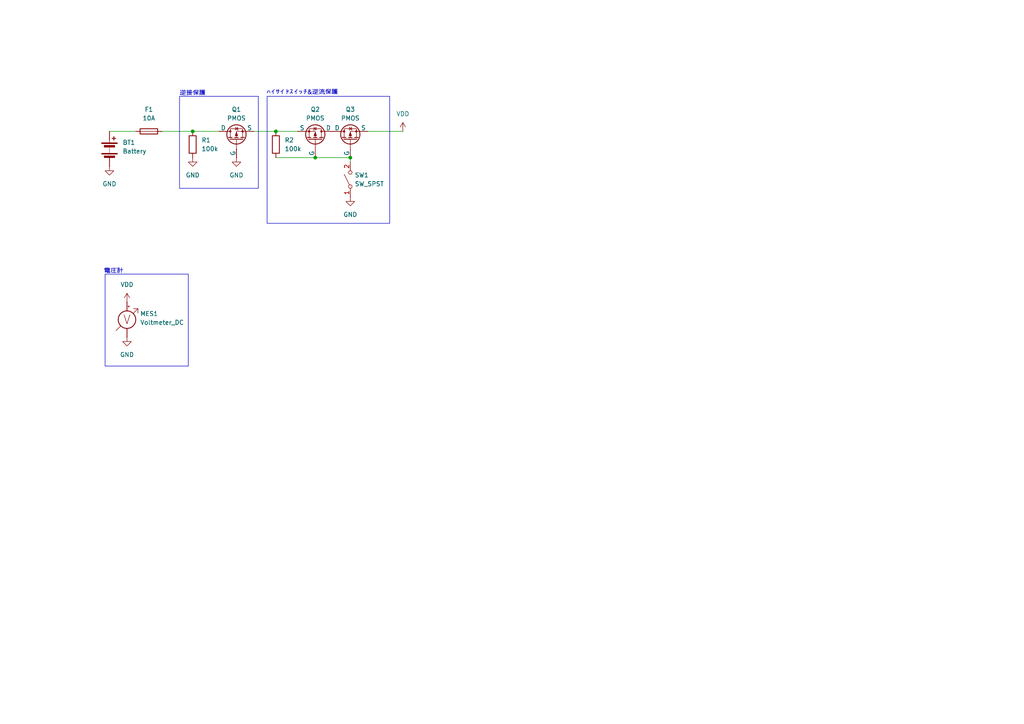
<source format=kicad_sch>
(kicad_sch
	(version 20250114)
	(generator "eeschema")
	(generator_version "9.0")
	(uuid "2cb6a0bd-ace3-4d2d-9708-ff448f9b36f2")
	(paper "A4")
	(title_block
		(title "03-PWR")
		(company "Tuton")
	)
	(lib_symbols
		(symbol "Device:Battery"
			(pin_numbers
				(hide yes)
			)
			(pin_names
				(offset 0)
				(hide yes)
			)
			(exclude_from_sim no)
			(in_bom yes)
			(on_board yes)
			(property "Reference" "BT"
				(at 2.54 2.54 0)
				(effects
					(font
						(size 1.27 1.27)
					)
					(justify left)
				)
			)
			(property "Value" "Battery"
				(at 2.54 0 0)
				(effects
					(font
						(size 1.27 1.27)
					)
					(justify left)
				)
			)
			(property "Footprint" ""
				(at 0 1.524 90)
				(effects
					(font
						(size 1.27 1.27)
					)
					(hide yes)
				)
			)
			(property "Datasheet" "~"
				(at 0 1.524 90)
				(effects
					(font
						(size 1.27 1.27)
					)
					(hide yes)
				)
			)
			(property "Description" "Multiple-cell battery"
				(at 0 0 0)
				(effects
					(font
						(size 1.27 1.27)
					)
					(hide yes)
				)
			)
			(property "ki_keywords" "batt voltage-source cell"
				(at 0 0 0)
				(effects
					(font
						(size 1.27 1.27)
					)
					(hide yes)
				)
			)
			(symbol "Battery_0_1"
				(rectangle
					(start -2.286 1.778)
					(end 2.286 1.524)
					(stroke
						(width 0)
						(type default)
					)
					(fill
						(type outline)
					)
				)
				(rectangle
					(start -2.286 -1.27)
					(end 2.286 -1.524)
					(stroke
						(width 0)
						(type default)
					)
					(fill
						(type outline)
					)
				)
				(rectangle
					(start -1.524 1.016)
					(end 1.524 0.508)
					(stroke
						(width 0)
						(type default)
					)
					(fill
						(type outline)
					)
				)
				(rectangle
					(start -1.524 -2.032)
					(end 1.524 -2.54)
					(stroke
						(width 0)
						(type default)
					)
					(fill
						(type outline)
					)
				)
				(polyline
					(pts
						(xy 0 1.778) (xy 0 2.54)
					)
					(stroke
						(width 0)
						(type default)
					)
					(fill
						(type none)
					)
				)
				(polyline
					(pts
						(xy 0 0) (xy 0 0.254)
					)
					(stroke
						(width 0)
						(type default)
					)
					(fill
						(type none)
					)
				)
				(polyline
					(pts
						(xy 0 -0.508) (xy 0 -0.254)
					)
					(stroke
						(width 0)
						(type default)
					)
					(fill
						(type none)
					)
				)
				(polyline
					(pts
						(xy 0 -1.016) (xy 0 -0.762)
					)
					(stroke
						(width 0)
						(type default)
					)
					(fill
						(type none)
					)
				)
				(polyline
					(pts
						(xy 0.762 3.048) (xy 1.778 3.048)
					)
					(stroke
						(width 0.254)
						(type default)
					)
					(fill
						(type none)
					)
				)
				(polyline
					(pts
						(xy 1.27 3.556) (xy 1.27 2.54)
					)
					(stroke
						(width 0.254)
						(type default)
					)
					(fill
						(type none)
					)
				)
			)
			(symbol "Battery_1_1"
				(pin passive line
					(at 0 5.08 270)
					(length 2.54)
					(name "+"
						(effects
							(font
								(size 1.27 1.27)
							)
						)
					)
					(number "1"
						(effects
							(font
								(size 1.27 1.27)
							)
						)
					)
				)
				(pin passive line
					(at 0 -5.08 90)
					(length 2.54)
					(name "-"
						(effects
							(font
								(size 1.27 1.27)
							)
						)
					)
					(number "2"
						(effects
							(font
								(size 1.27 1.27)
							)
						)
					)
				)
			)
			(embedded_fonts no)
		)
		(symbol "Device:Fuse"
			(pin_numbers
				(hide yes)
			)
			(pin_names
				(offset 0)
			)
			(exclude_from_sim no)
			(in_bom yes)
			(on_board yes)
			(property "Reference" "F"
				(at 2.032 0 90)
				(effects
					(font
						(size 1.27 1.27)
					)
				)
			)
			(property "Value" "Fuse"
				(at -1.905 0 90)
				(effects
					(font
						(size 1.27 1.27)
					)
				)
			)
			(property "Footprint" ""
				(at -1.778 0 90)
				(effects
					(font
						(size 1.27 1.27)
					)
					(hide yes)
				)
			)
			(property "Datasheet" "~"
				(at 0 0 0)
				(effects
					(font
						(size 1.27 1.27)
					)
					(hide yes)
				)
			)
			(property "Description" "Fuse"
				(at 0 0 0)
				(effects
					(font
						(size 1.27 1.27)
					)
					(hide yes)
				)
			)
			(property "ki_keywords" "fuse"
				(at 0 0 0)
				(effects
					(font
						(size 1.27 1.27)
					)
					(hide yes)
				)
			)
			(property "ki_fp_filters" "*Fuse*"
				(at 0 0 0)
				(effects
					(font
						(size 1.27 1.27)
					)
					(hide yes)
				)
			)
			(symbol "Fuse_0_1"
				(rectangle
					(start -0.762 -2.54)
					(end 0.762 2.54)
					(stroke
						(width 0.254)
						(type default)
					)
					(fill
						(type none)
					)
				)
				(polyline
					(pts
						(xy 0 2.54) (xy 0 -2.54)
					)
					(stroke
						(width 0)
						(type default)
					)
					(fill
						(type none)
					)
				)
			)
			(symbol "Fuse_1_1"
				(pin passive line
					(at 0 3.81 270)
					(length 1.27)
					(name "~"
						(effects
							(font
								(size 1.27 1.27)
							)
						)
					)
					(number "1"
						(effects
							(font
								(size 1.27 1.27)
							)
						)
					)
				)
				(pin passive line
					(at 0 -3.81 90)
					(length 1.27)
					(name "~"
						(effects
							(font
								(size 1.27 1.27)
							)
						)
					)
					(number "2"
						(effects
							(font
								(size 1.27 1.27)
							)
						)
					)
				)
			)
			(embedded_fonts no)
		)
		(symbol "Device:R"
			(pin_numbers
				(hide yes)
			)
			(pin_names
				(offset 0)
			)
			(exclude_from_sim no)
			(in_bom yes)
			(on_board yes)
			(property "Reference" "R"
				(at 2.032 0 90)
				(effects
					(font
						(size 1.27 1.27)
					)
				)
			)
			(property "Value" "R"
				(at 0 0 90)
				(effects
					(font
						(size 1.27 1.27)
					)
				)
			)
			(property "Footprint" ""
				(at -1.778 0 90)
				(effects
					(font
						(size 1.27 1.27)
					)
					(hide yes)
				)
			)
			(property "Datasheet" "~"
				(at 0 0 0)
				(effects
					(font
						(size 1.27 1.27)
					)
					(hide yes)
				)
			)
			(property "Description" "Resistor"
				(at 0 0 0)
				(effects
					(font
						(size 1.27 1.27)
					)
					(hide yes)
				)
			)
			(property "ki_keywords" "R res resistor"
				(at 0 0 0)
				(effects
					(font
						(size 1.27 1.27)
					)
					(hide yes)
				)
			)
			(property "ki_fp_filters" "R_*"
				(at 0 0 0)
				(effects
					(font
						(size 1.27 1.27)
					)
					(hide yes)
				)
			)
			(symbol "R_0_1"
				(rectangle
					(start -1.016 -2.54)
					(end 1.016 2.54)
					(stroke
						(width 0.254)
						(type default)
					)
					(fill
						(type none)
					)
				)
			)
			(symbol "R_1_1"
				(pin passive line
					(at 0 3.81 270)
					(length 1.27)
					(name "~"
						(effects
							(font
								(size 1.27 1.27)
							)
						)
					)
					(number "1"
						(effects
							(font
								(size 1.27 1.27)
							)
						)
					)
				)
				(pin passive line
					(at 0 -3.81 90)
					(length 1.27)
					(name "~"
						(effects
							(font
								(size 1.27 1.27)
							)
						)
					)
					(number "2"
						(effects
							(font
								(size 1.27 1.27)
							)
						)
					)
				)
			)
			(embedded_fonts no)
		)
		(symbol "Device:Voltmeter_DC"
			(pin_numbers
				(hide yes)
			)
			(pin_names
				(offset 0.0254)
				(hide yes)
			)
			(exclude_from_sim no)
			(in_bom yes)
			(on_board yes)
			(property "Reference" "MES"
				(at -3.302 1.016 0)
				(effects
					(font
						(size 1.27 1.27)
					)
					(justify right)
				)
			)
			(property "Value" "Voltmeter_DC"
				(at -3.302 -0.762 0)
				(effects
					(font
						(size 1.27 1.27)
					)
					(justify right)
				)
			)
			(property "Footprint" ""
				(at 0 2.54 90)
				(effects
					(font
						(size 1.27 1.27)
					)
					(hide yes)
				)
			)
			(property "Datasheet" "~"
				(at 0 2.54 90)
				(effects
					(font
						(size 1.27 1.27)
					)
					(hide yes)
				)
			)
			(property "Description" "DC voltmeter"
				(at 0 0 0)
				(effects
					(font
						(size 1.27 1.27)
					)
					(hide yes)
				)
			)
			(property "ki_keywords" "voltmeter DC"
				(at 0 0 0)
				(effects
					(font
						(size 1.27 1.27)
					)
					(hide yes)
				)
			)
			(symbol "Voltmeter_DC_0_0"
				(polyline
					(pts
						(xy -3.175 -3.175) (xy -1.905 -1.905)
					)
					(stroke
						(width 0)
						(type default)
					)
					(fill
						(type none)
					)
				)
				(polyline
					(pts
						(xy 1.905 3.175) (xy 3.175 3.175) (xy 3.175 1.905)
					)
					(stroke
						(width 0)
						(type default)
					)
					(fill
						(type none)
					)
				)
				(polyline
					(pts
						(xy 1.905 1.905) (xy 3.175 3.175)
					)
					(stroke
						(width 0)
						(type default)
					)
					(fill
						(type none)
					)
				)
				(text "V"
					(at 0 0 0)
					(effects
						(font
							(size 2.54 2.54)
						)
					)
				)
			)
			(symbol "Voltmeter_DC_0_1"
				(circle
					(center 0 0)
					(radius 2.54)
					(stroke
						(width 0.254)
						(type default)
					)
					(fill
						(type none)
					)
				)
				(polyline
					(pts
						(xy 0.254 3.81) (xy 0.762 3.81)
					)
					(stroke
						(width 0)
						(type default)
					)
					(fill
						(type none)
					)
				)
				(polyline
					(pts
						(xy 0.508 4.064) (xy 0.508 3.556)
					)
					(stroke
						(width 0)
						(type default)
					)
					(fill
						(type none)
					)
				)
			)
			(symbol "Voltmeter_DC_1_1"
				(pin passive line
					(at 0 5.08 270)
					(length 2.54)
					(name "+"
						(effects
							(font
								(size 1.27 1.27)
							)
						)
					)
					(number "2"
						(effects
							(font
								(size 1.27 1.27)
							)
						)
					)
				)
				(pin passive line
					(at 0 -5.08 90)
					(length 2.54)
					(name "-"
						(effects
							(font
								(size 1.27 1.27)
							)
						)
					)
					(number "1"
						(effects
							(font
								(size 1.27 1.27)
							)
						)
					)
				)
			)
			(embedded_fonts no)
		)
		(symbol "Simulation_SPICE:PMOS"
			(pin_numbers
				(hide yes)
			)
			(pin_names
				(offset 0)
			)
			(exclude_from_sim no)
			(in_bom yes)
			(on_board yes)
			(property "Reference" "Q"
				(at 5.08 1.27 0)
				(effects
					(font
						(size 1.27 1.27)
					)
					(justify left)
				)
			)
			(property "Value" "PMOS"
				(at 5.08 -1.27 0)
				(effects
					(font
						(size 1.27 1.27)
					)
					(justify left)
				)
			)
			(property "Footprint" ""
				(at 5.08 2.54 0)
				(effects
					(font
						(size 1.27 1.27)
					)
					(hide yes)
				)
			)
			(property "Datasheet" "https://ngspice.sourceforge.io/docs/ngspice-html-manual/manual.xhtml#cha_MOSFETs"
				(at 0 -12.7 0)
				(effects
					(font
						(size 1.27 1.27)
					)
					(hide yes)
				)
			)
			(property "Description" "P-MOSFET transistor, drain/source/gate"
				(at 0 0 0)
				(effects
					(font
						(size 1.27 1.27)
					)
					(hide yes)
				)
			)
			(property "Sim.Device" "PMOS"
				(at 0 -17.145 0)
				(effects
					(font
						(size 1.27 1.27)
					)
					(hide yes)
				)
			)
			(property "Sim.Type" "VDMOS"
				(at 0 -19.05 0)
				(effects
					(font
						(size 1.27 1.27)
					)
					(hide yes)
				)
			)
			(property "Sim.Pins" "1=D 2=G 3=S"
				(at 0 -15.24 0)
				(effects
					(font
						(size 1.27 1.27)
					)
					(hide yes)
				)
			)
			(property "ki_keywords" "transistor PMOS P-MOS P-MOSFET simulation"
				(at 0 0 0)
				(effects
					(font
						(size 1.27 1.27)
					)
					(hide yes)
				)
			)
			(symbol "PMOS_0_1"
				(polyline
					(pts
						(xy 0.254 1.905) (xy 0.254 -1.905)
					)
					(stroke
						(width 0.254)
						(type default)
					)
					(fill
						(type none)
					)
				)
				(polyline
					(pts
						(xy 0.254 0) (xy -2.54 0)
					)
					(stroke
						(width 0)
						(type default)
					)
					(fill
						(type none)
					)
				)
				(polyline
					(pts
						(xy 0.762 2.286) (xy 0.762 1.27)
					)
					(stroke
						(width 0.254)
						(type default)
					)
					(fill
						(type none)
					)
				)
				(polyline
					(pts
						(xy 0.762 1.778) (xy 3.302 1.778) (xy 3.302 -1.778) (xy 0.762 -1.778)
					)
					(stroke
						(width 0)
						(type default)
					)
					(fill
						(type none)
					)
				)
				(polyline
					(pts
						(xy 0.762 0.508) (xy 0.762 -0.508)
					)
					(stroke
						(width 0.254)
						(type default)
					)
					(fill
						(type none)
					)
				)
				(polyline
					(pts
						(xy 0.762 -1.27) (xy 0.762 -2.286)
					)
					(stroke
						(width 0.254)
						(type default)
					)
					(fill
						(type none)
					)
				)
				(circle
					(center 1.651 0)
					(radius 2.794)
					(stroke
						(width 0.254)
						(type default)
					)
					(fill
						(type none)
					)
				)
				(polyline
					(pts
						(xy 2.286 0) (xy 1.27 0.381) (xy 1.27 -0.381) (xy 2.286 0)
					)
					(stroke
						(width 0)
						(type default)
					)
					(fill
						(type outline)
					)
				)
				(polyline
					(pts
						(xy 2.54 2.54) (xy 2.54 1.778)
					)
					(stroke
						(width 0)
						(type default)
					)
					(fill
						(type none)
					)
				)
				(circle
					(center 2.54 1.778)
					(radius 0.254)
					(stroke
						(width 0)
						(type default)
					)
					(fill
						(type outline)
					)
				)
				(circle
					(center 2.54 -1.778)
					(radius 0.254)
					(stroke
						(width 0)
						(type default)
					)
					(fill
						(type outline)
					)
				)
				(polyline
					(pts
						(xy 2.54 -2.54) (xy 2.54 0) (xy 0.762 0)
					)
					(stroke
						(width 0)
						(type default)
					)
					(fill
						(type none)
					)
				)
				(polyline
					(pts
						(xy 2.794 -0.508) (xy 2.921 -0.381) (xy 3.683 -0.381) (xy 3.81 -0.254)
					)
					(stroke
						(width 0)
						(type default)
					)
					(fill
						(type none)
					)
				)
				(polyline
					(pts
						(xy 3.302 -0.381) (xy 2.921 0.254) (xy 3.683 0.254) (xy 3.302 -0.381)
					)
					(stroke
						(width 0)
						(type default)
					)
					(fill
						(type none)
					)
				)
			)
			(symbol "PMOS_1_1"
				(pin input line
					(at -5.08 0 0)
					(length 2.54)
					(name "G"
						(effects
							(font
								(size 1.27 1.27)
							)
						)
					)
					(number "2"
						(effects
							(font
								(size 1.27 1.27)
							)
						)
					)
				)
				(pin passive line
					(at 2.54 5.08 270)
					(length 2.54)
					(name "D"
						(effects
							(font
								(size 1.27 1.27)
							)
						)
					)
					(number "1"
						(effects
							(font
								(size 1.27 1.27)
							)
						)
					)
				)
				(pin passive line
					(at 2.54 -5.08 90)
					(length 2.54)
					(name "S"
						(effects
							(font
								(size 1.27 1.27)
							)
						)
					)
					(number "3"
						(effects
							(font
								(size 1.27 1.27)
							)
						)
					)
				)
			)
			(embedded_fonts no)
		)
		(symbol "Switch:SW_SPST"
			(pin_names
				(offset 0)
				(hide yes)
			)
			(exclude_from_sim no)
			(in_bom yes)
			(on_board yes)
			(property "Reference" "SW"
				(at 0 3.175 0)
				(effects
					(font
						(size 1.27 1.27)
					)
				)
			)
			(property "Value" "SW_SPST"
				(at 0 -2.54 0)
				(effects
					(font
						(size 1.27 1.27)
					)
				)
			)
			(property "Footprint" ""
				(at 0 0 0)
				(effects
					(font
						(size 1.27 1.27)
					)
					(hide yes)
				)
			)
			(property "Datasheet" "~"
				(at 0 0 0)
				(effects
					(font
						(size 1.27 1.27)
					)
					(hide yes)
				)
			)
			(property "Description" "Single Pole Single Throw (SPST) switch"
				(at 0 0 0)
				(effects
					(font
						(size 1.27 1.27)
					)
					(hide yes)
				)
			)
			(property "ki_keywords" "switch lever"
				(at 0 0 0)
				(effects
					(font
						(size 1.27 1.27)
					)
					(hide yes)
				)
			)
			(symbol "SW_SPST_0_0"
				(circle
					(center -2.032 0)
					(radius 0.508)
					(stroke
						(width 0)
						(type default)
					)
					(fill
						(type none)
					)
				)
				(polyline
					(pts
						(xy -1.524 0.254) (xy 1.524 1.778)
					)
					(stroke
						(width 0)
						(type default)
					)
					(fill
						(type none)
					)
				)
				(circle
					(center 2.032 0)
					(radius 0.508)
					(stroke
						(width 0)
						(type default)
					)
					(fill
						(type none)
					)
				)
			)
			(symbol "SW_SPST_1_1"
				(pin passive line
					(at -5.08 0 0)
					(length 2.54)
					(name "A"
						(effects
							(font
								(size 1.27 1.27)
							)
						)
					)
					(number "1"
						(effects
							(font
								(size 1.27 1.27)
							)
						)
					)
				)
				(pin passive line
					(at 5.08 0 180)
					(length 2.54)
					(name "B"
						(effects
							(font
								(size 1.27 1.27)
							)
						)
					)
					(number "2"
						(effects
							(font
								(size 1.27 1.27)
							)
						)
					)
				)
			)
			(embedded_fonts no)
		)
		(symbol "power:GND"
			(power)
			(pin_numbers
				(hide yes)
			)
			(pin_names
				(offset 0)
				(hide yes)
			)
			(exclude_from_sim no)
			(in_bom yes)
			(on_board yes)
			(property "Reference" "#PWR"
				(at 0 -6.35 0)
				(effects
					(font
						(size 1.27 1.27)
					)
					(hide yes)
				)
			)
			(property "Value" "GND"
				(at 0 -3.81 0)
				(effects
					(font
						(size 1.27 1.27)
					)
				)
			)
			(property "Footprint" ""
				(at 0 0 0)
				(effects
					(font
						(size 1.27 1.27)
					)
					(hide yes)
				)
			)
			(property "Datasheet" ""
				(at 0 0 0)
				(effects
					(font
						(size 1.27 1.27)
					)
					(hide yes)
				)
			)
			(property "Description" "Power symbol creates a global label with name \"GND\" , ground"
				(at 0 0 0)
				(effects
					(font
						(size 1.27 1.27)
					)
					(hide yes)
				)
			)
			(property "ki_keywords" "global power"
				(at 0 0 0)
				(effects
					(font
						(size 1.27 1.27)
					)
					(hide yes)
				)
			)
			(symbol "GND_0_1"
				(polyline
					(pts
						(xy 0 0) (xy 0 -1.27) (xy 1.27 -1.27) (xy 0 -2.54) (xy -1.27 -1.27) (xy 0 -1.27)
					)
					(stroke
						(width 0)
						(type default)
					)
					(fill
						(type none)
					)
				)
			)
			(symbol "GND_1_1"
				(pin power_in line
					(at 0 0 270)
					(length 0)
					(name "~"
						(effects
							(font
								(size 1.27 1.27)
							)
						)
					)
					(number "1"
						(effects
							(font
								(size 1.27 1.27)
							)
						)
					)
				)
			)
			(embedded_fonts no)
		)
		(symbol "power:VDD"
			(power)
			(pin_numbers
				(hide yes)
			)
			(pin_names
				(offset 0)
				(hide yes)
			)
			(exclude_from_sim no)
			(in_bom yes)
			(on_board yes)
			(property "Reference" "#PWR"
				(at 0 -3.81 0)
				(effects
					(font
						(size 1.27 1.27)
					)
					(hide yes)
				)
			)
			(property "Value" "VDD"
				(at 0 3.556 0)
				(effects
					(font
						(size 1.27 1.27)
					)
				)
			)
			(property "Footprint" ""
				(at 0 0 0)
				(effects
					(font
						(size 1.27 1.27)
					)
					(hide yes)
				)
			)
			(property "Datasheet" ""
				(at 0 0 0)
				(effects
					(font
						(size 1.27 1.27)
					)
					(hide yes)
				)
			)
			(property "Description" "Power symbol creates a global label with name \"VDD\""
				(at 0 0 0)
				(effects
					(font
						(size 1.27 1.27)
					)
					(hide yes)
				)
			)
			(property "ki_keywords" "global power"
				(at 0 0 0)
				(effects
					(font
						(size 1.27 1.27)
					)
					(hide yes)
				)
			)
			(symbol "VDD_0_1"
				(polyline
					(pts
						(xy -0.762 1.27) (xy 0 2.54)
					)
					(stroke
						(width 0)
						(type default)
					)
					(fill
						(type none)
					)
				)
				(polyline
					(pts
						(xy 0 2.54) (xy 0.762 1.27)
					)
					(stroke
						(width 0)
						(type default)
					)
					(fill
						(type none)
					)
				)
				(polyline
					(pts
						(xy 0 0) (xy 0 2.54)
					)
					(stroke
						(width 0)
						(type default)
					)
					(fill
						(type none)
					)
				)
			)
			(symbol "VDD_1_1"
				(pin power_in line
					(at 0 0 90)
					(length 0)
					(name "~"
						(effects
							(font
								(size 1.27 1.27)
							)
						)
					)
					(number "1"
						(effects
							(font
								(size 1.27 1.27)
							)
						)
					)
				)
			)
			(embedded_fonts no)
		)
	)
	(rectangle
		(start 77.47 27.94)
		(end 113.03 64.77)
		(stroke
			(width 0)
			(type default)
		)
		(fill
			(type none)
		)
		(uuid 8b74529b-6619-4051-81a5-7a40e815194b)
	)
	(rectangle
		(start 30.48 79.502)
		(end 54.61 106.172)
		(stroke
			(width 0)
			(type default)
		)
		(fill
			(type none)
		)
		(uuid 953a9faf-8248-4531-906d-5a15d699ac76)
	)
	(rectangle
		(start 52.07 27.94)
		(end 74.93 54.61)
		(stroke
			(width 0)
			(type default)
		)
		(fill
			(type none)
		)
		(uuid ecf23f4f-7111-48fb-a130-3623cb15233a)
	)
	(text "電圧計"
		(exclude_from_sim no)
		(at 33.02 78.74 0)
		(effects
			(font
				(size 1.27 1.27)
			)
		)
		(uuid "72eabd7b-b207-454b-8d98-e04ef4fe600d")
	)
	(text "ハイサイドスイッチ＆逆流保護"
		(exclude_from_sim no)
		(at 87.63 26.924 0)
		(effects
			(font
				(size 1.27 1.27)
			)
		)
		(uuid "ebcc86c9-b4ce-47eb-84c8-826943682aaf")
	)
	(text "逆接保護"
		(exclude_from_sim no)
		(at 55.88 27.178 0)
		(effects
			(font
				(size 1.27 1.27)
			)
		)
		(uuid "f5c22a38-604c-4161-b7b9-485ac334e767")
	)
	(junction
		(at 55.88 38.1)
		(diameter 0)
		(color 0 0 0 0)
		(uuid "4cbe64b4-bf24-42f1-ad9c-85aab4510979")
	)
	(junction
		(at 91.44 45.72)
		(diameter 0)
		(color 0 0 0 0)
		(uuid "8a109ee6-9cdb-4d1b-86a8-df5dc0cc35fb")
	)
	(junction
		(at 80.01 38.1)
		(diameter 0)
		(color 0 0 0 0)
		(uuid "9f113ba4-60d6-4fc1-855f-d725acaa5ec8")
	)
	(junction
		(at 101.6 45.72)
		(diameter 0)
		(color 0 0 0 0)
		(uuid "b60db3cf-af42-472f-9e8d-f4c8a3f6e984")
	)
	(wire
		(pts
			(xy 80.01 38.1) (xy 86.36 38.1)
		)
		(stroke
			(width 0)
			(type default)
		)
		(uuid "13dd9845-aae5-4bd0-b71b-1daf9ab277d9")
	)
	(wire
		(pts
			(xy 80.01 45.72) (xy 91.44 45.72)
		)
		(stroke
			(width 0)
			(type default)
		)
		(uuid "14ec08f3-ddca-4589-bc98-76ef791f36af")
	)
	(wire
		(pts
			(xy 101.6 46.99) (xy 101.6 45.72)
		)
		(stroke
			(width 0)
			(type default)
		)
		(uuid "2da7944d-c029-4edd-b166-f740d7d605b0")
	)
	(wire
		(pts
			(xy 46.99 38.1) (xy 55.88 38.1)
		)
		(stroke
			(width 0)
			(type default)
		)
		(uuid "4d0f8e5e-9ca0-45aa-ae5f-ea0d3948f68b")
	)
	(wire
		(pts
			(xy 106.68 38.1) (xy 116.84 38.1)
		)
		(stroke
			(width 0)
			(type default)
		)
		(uuid "4e80a468-f702-4af7-932f-284e0e0b3ddc")
	)
	(wire
		(pts
			(xy 91.44 45.72) (xy 101.6 45.72)
		)
		(stroke
			(width 0)
			(type default)
		)
		(uuid "7367d120-fd84-4326-9cac-06fed321b958")
	)
	(wire
		(pts
			(xy 73.66 38.1) (xy 80.01 38.1)
		)
		(stroke
			(width 0)
			(type default)
		)
		(uuid "766a8d8c-1386-47ce-b1ee-1e8a1833ce32")
	)
	(wire
		(pts
			(xy 55.88 38.1) (xy 63.5 38.1)
		)
		(stroke
			(width 0)
			(type default)
		)
		(uuid "b15344dc-d146-4562-bbac-4e5463289c25")
	)
	(wire
		(pts
			(xy 31.75 38.1) (xy 39.37 38.1)
		)
		(stroke
			(width 0)
			(type default)
		)
		(uuid "ed00d3ca-4a10-42ec-ac0b-a70b6727b611")
	)
	(symbol
		(lib_id "power:GND")
		(at 36.83 97.79 0)
		(unit 1)
		(exclude_from_sim no)
		(in_bom yes)
		(on_board yes)
		(dnp no)
		(fields_autoplaced yes)
		(uuid "122c5fbe-0566-470c-acf3-f455aebbecb4")
		(property "Reference" "#PWR07"
			(at 36.83 104.14 0)
			(effects
				(font
					(size 1.27 1.27)
				)
				(hide yes)
			)
		)
		(property "Value" "GND"
			(at 36.83 102.87 0)
			(effects
				(font
					(size 1.27 1.27)
				)
			)
		)
		(property "Footprint" ""
			(at 36.83 97.79 0)
			(effects
				(font
					(size 1.27 1.27)
				)
				(hide yes)
			)
		)
		(property "Datasheet" ""
			(at 36.83 97.79 0)
			(effects
				(font
					(size 1.27 1.27)
				)
				(hide yes)
			)
		)
		(property "Description" "Power symbol creates a global label with name \"GND\" , ground"
			(at 36.83 97.79 0)
			(effects
				(font
					(size 1.27 1.27)
				)
				(hide yes)
			)
		)
		(pin "1"
			(uuid "b031b593-6674-4d4c-bd2a-97ae7eb99978")
		)
		(instances
			(project "03-PWR"
				(path "/2cb6a0bd-ace3-4d2d-9708-ff448f9b36f2"
					(reference "#PWR07")
					(unit 1)
				)
			)
		)
	)
	(symbol
		(lib_id "Device:Voltmeter_DC")
		(at 36.83 92.71 0)
		(unit 1)
		(exclude_from_sim no)
		(in_bom yes)
		(on_board yes)
		(dnp no)
		(fields_autoplaced yes)
		(uuid "1aaae2e6-9504-4dbe-9867-9e18a9f37a13")
		(property "Reference" "MES1"
			(at 40.64 90.9954 0)
			(effects
				(font
					(size 1.27 1.27)
				)
				(justify left)
			)
		)
		(property "Value" "Voltmeter_DC"
			(at 40.64 93.5354 0)
			(effects
				(font
					(size 1.27 1.27)
				)
				(justify left)
			)
		)
		(property "Footprint" ""
			(at 36.83 90.17 90)
			(effects
				(font
					(size 1.27 1.27)
				)
				(hide yes)
			)
		)
		(property "Datasheet" "~"
			(at 36.83 90.17 90)
			(effects
				(font
					(size 1.27 1.27)
				)
				(hide yes)
			)
		)
		(property "Description" "DC voltmeter"
			(at 36.83 92.71 0)
			(effects
				(font
					(size 1.27 1.27)
				)
				(hide yes)
			)
		)
		(pin "2"
			(uuid "156d3ede-c77c-4fb3-8f07-3fac9ec97108")
		)
		(pin "1"
			(uuid "1952e0df-f61b-4e7a-83af-e1bc7daa116a")
		)
		(instances
			(project ""
				(path "/2cb6a0bd-ace3-4d2d-9708-ff448f9b36f2"
					(reference "MES1")
					(unit 1)
				)
			)
		)
	)
	(symbol
		(lib_id "Switch:SW_SPST")
		(at 101.6 52.07 90)
		(unit 1)
		(exclude_from_sim no)
		(in_bom yes)
		(on_board yes)
		(dnp no)
		(fields_autoplaced yes)
		(uuid "46950121-e57b-4e7f-8e25-21e893ce8100")
		(property "Reference" "SW1"
			(at 102.87 50.7999 90)
			(effects
				(font
					(size 1.27 1.27)
				)
				(justify right)
			)
		)
		(property "Value" "SW_SPST"
			(at 102.87 53.3399 90)
			(effects
				(font
					(size 1.27 1.27)
				)
				(justify right)
			)
		)
		(property "Footprint" ""
			(at 101.6 52.07 0)
			(effects
				(font
					(size 1.27 1.27)
				)
				(hide yes)
			)
		)
		(property "Datasheet" "~"
			(at 101.6 52.07 0)
			(effects
				(font
					(size 1.27 1.27)
				)
				(hide yes)
			)
		)
		(property "Description" "Single Pole Single Throw (SPST) switch"
			(at 101.6 52.07 0)
			(effects
				(font
					(size 1.27 1.27)
				)
				(hide yes)
			)
		)
		(pin "2"
			(uuid "e96a897c-42ea-4ddc-8e4b-eea42cb55625")
		)
		(pin "1"
			(uuid "59c51b06-ad5a-4058-8a0f-fc11ee963ae6")
		)
		(instances
			(project ""
				(path "/2cb6a0bd-ace3-4d2d-9708-ff448f9b36f2"
					(reference "SW1")
					(unit 1)
				)
			)
		)
	)
	(symbol
		(lib_id "power:GND")
		(at 31.75 48.26 0)
		(unit 1)
		(exclude_from_sim no)
		(in_bom yes)
		(on_board yes)
		(dnp no)
		(fields_autoplaced yes)
		(uuid "50bfb137-4dcb-4a86-b060-50681b8d6aae")
		(property "Reference" "#PWR01"
			(at 31.75 54.61 0)
			(effects
				(font
					(size 1.27 1.27)
				)
				(hide yes)
			)
		)
		(property "Value" "GND"
			(at 31.75 53.34 0)
			(effects
				(font
					(size 1.27 1.27)
				)
			)
		)
		(property "Footprint" ""
			(at 31.75 48.26 0)
			(effects
				(font
					(size 1.27 1.27)
				)
				(hide yes)
			)
		)
		(property "Datasheet" ""
			(at 31.75 48.26 0)
			(effects
				(font
					(size 1.27 1.27)
				)
				(hide yes)
			)
		)
		(property "Description" "Power symbol creates a global label with name \"GND\" , ground"
			(at 31.75 48.26 0)
			(effects
				(font
					(size 1.27 1.27)
				)
				(hide yes)
			)
		)
		(pin "1"
			(uuid "93f243bc-9bb7-4d90-8388-aabba93bc789")
		)
		(instances
			(project ""
				(path "/2cb6a0bd-ace3-4d2d-9708-ff448f9b36f2"
					(reference "#PWR01")
					(unit 1)
				)
			)
		)
	)
	(symbol
		(lib_id "power:GND")
		(at 55.88 45.72 0)
		(unit 1)
		(exclude_from_sim no)
		(in_bom yes)
		(on_board yes)
		(dnp no)
		(fields_autoplaced yes)
		(uuid "517dc166-c484-42a4-9a33-89d9907e28e9")
		(property "Reference" "#PWR02"
			(at 55.88 52.07 0)
			(effects
				(font
					(size 1.27 1.27)
				)
				(hide yes)
			)
		)
		(property "Value" "GND"
			(at 55.88 50.8 0)
			(effects
				(font
					(size 1.27 1.27)
				)
			)
		)
		(property "Footprint" ""
			(at 55.88 45.72 0)
			(effects
				(font
					(size 1.27 1.27)
				)
				(hide yes)
			)
		)
		(property "Datasheet" ""
			(at 55.88 45.72 0)
			(effects
				(font
					(size 1.27 1.27)
				)
				(hide yes)
			)
		)
		(property "Description" "Power symbol creates a global label with name \"GND\" , ground"
			(at 55.88 45.72 0)
			(effects
				(font
					(size 1.27 1.27)
				)
				(hide yes)
			)
		)
		(pin "1"
			(uuid "72a82404-065d-4c18-ba24-4f74b8e62308")
		)
		(instances
			(project "03-PWR"
				(path "/2cb6a0bd-ace3-4d2d-9708-ff448f9b36f2"
					(reference "#PWR02")
					(unit 1)
				)
			)
		)
	)
	(symbol
		(lib_id "Device:R")
		(at 55.88 41.91 0)
		(unit 1)
		(exclude_from_sim no)
		(in_bom yes)
		(on_board yes)
		(dnp no)
		(fields_autoplaced yes)
		(uuid "69c66356-30bf-4e07-8d51-78220044ad4b")
		(property "Reference" "R1"
			(at 58.42 40.6399 0)
			(effects
				(font
					(size 1.27 1.27)
				)
				(justify left)
			)
		)
		(property "Value" "100k"
			(at 58.42 43.1799 0)
			(effects
				(font
					(size 1.27 1.27)
				)
				(justify left)
			)
		)
		(property "Footprint" ""
			(at 54.102 41.91 90)
			(effects
				(font
					(size 1.27 1.27)
				)
				(hide yes)
			)
		)
		(property "Datasheet" "~"
			(at 55.88 41.91 0)
			(effects
				(font
					(size 1.27 1.27)
				)
				(hide yes)
			)
		)
		(property "Description" "Resistor"
			(at 55.88 41.91 0)
			(effects
				(font
					(size 1.27 1.27)
				)
				(hide yes)
			)
		)
		(pin "2"
			(uuid "8cf105ca-b188-4c16-a7e4-627df42c9816")
		)
		(pin "1"
			(uuid "2bf3a095-8f04-4b4d-9656-f43625fa64b2")
		)
		(instances
			(project ""
				(path "/2cb6a0bd-ace3-4d2d-9708-ff448f9b36f2"
					(reference "R1")
					(unit 1)
				)
			)
		)
	)
	(symbol
		(lib_id "Simulation_SPICE:PMOS")
		(at 91.44 40.64 270)
		(mirror x)
		(unit 1)
		(exclude_from_sim no)
		(in_bom yes)
		(on_board yes)
		(dnp no)
		(uuid "8d2bc469-b5fe-477f-8663-8fb253ab49bb")
		(property "Reference" "Q2"
			(at 91.44 31.75 90)
			(effects
				(font
					(size 1.27 1.27)
				)
			)
		)
		(property "Value" "PMOS"
			(at 91.44 34.29 90)
			(effects
				(font
					(size 1.27 1.27)
				)
			)
		)
		(property "Footprint" ""
			(at 93.98 35.56 0)
			(effects
				(font
					(size 1.27 1.27)
				)
				(hide yes)
			)
		)
		(property "Datasheet" "https://ngspice.sourceforge.io/docs/ngspice-html-manual/manual.xhtml#cha_MOSFETs"
			(at 78.74 40.64 0)
			(effects
				(font
					(size 1.27 1.27)
				)
				(hide yes)
			)
		)
		(property "Description" "P-MOSFET transistor, drain/source/gate"
			(at 91.44 40.64 0)
			(effects
				(font
					(size 1.27 1.27)
				)
				(hide yes)
			)
		)
		(property "Sim.Device" "PMOS"
			(at 74.295 40.64 0)
			(effects
				(font
					(size 1.27 1.27)
				)
				(hide yes)
			)
		)
		(property "Sim.Type" "VDMOS"
			(at 72.39 40.64 0)
			(effects
				(font
					(size 1.27 1.27)
				)
				(hide yes)
			)
		)
		(property "Sim.Pins" "1=D 2=G 3=S"
			(at 76.2 40.64 0)
			(effects
				(font
					(size 1.27 1.27)
				)
				(hide yes)
			)
		)
		(pin "3"
			(uuid "2433048e-6b0d-4442-a55d-95f6a3e7e247")
		)
		(pin "1"
			(uuid "1892cb74-bcbd-473f-9559-09d4eb238bd5")
		)
		(pin "2"
			(uuid "e8a34799-b1d7-4bf7-bca7-413fe80ff32b")
		)
		(instances
			(project "03-PWR"
				(path "/2cb6a0bd-ace3-4d2d-9708-ff448f9b36f2"
					(reference "Q2")
					(unit 1)
				)
			)
		)
	)
	(symbol
		(lib_id "Device:Battery")
		(at 31.75 43.18 0)
		(unit 1)
		(exclude_from_sim no)
		(in_bom yes)
		(on_board yes)
		(dnp no)
		(fields_autoplaced yes)
		(uuid "90a10f93-b1a3-4ac7-9939-cc846e643bbd")
		(property "Reference" "BT1"
			(at 35.56 41.3384 0)
			(effects
				(font
					(size 1.27 1.27)
				)
				(justify left)
			)
		)
		(property "Value" "Battery"
			(at 35.56 43.8784 0)
			(effects
				(font
					(size 1.27 1.27)
				)
				(justify left)
			)
		)
		(property "Footprint" ""
			(at 31.75 41.656 90)
			(effects
				(font
					(size 1.27 1.27)
				)
				(hide yes)
			)
		)
		(property "Datasheet" "~"
			(at 31.75 41.656 90)
			(effects
				(font
					(size 1.27 1.27)
				)
				(hide yes)
			)
		)
		(property "Description" "Multiple-cell battery"
			(at 31.75 43.18 0)
			(effects
				(font
					(size 1.27 1.27)
				)
				(hide yes)
			)
		)
		(pin "1"
			(uuid "8330bb69-1965-43f1-ab2e-1121b594c4f2")
		)
		(pin "2"
			(uuid "67051d52-559a-4ffc-a846-495677e0bfb7")
		)
		(instances
			(project ""
				(path "/2cb6a0bd-ace3-4d2d-9708-ff448f9b36f2"
					(reference "BT1")
					(unit 1)
				)
			)
		)
	)
	(symbol
		(lib_id "Device:Fuse")
		(at 43.18 38.1 90)
		(unit 1)
		(exclude_from_sim no)
		(in_bom yes)
		(on_board yes)
		(dnp no)
		(fields_autoplaced yes)
		(uuid "93df5a88-a624-4833-9bd2-bf3e0d14758e")
		(property "Reference" "F1"
			(at 43.18 31.75 90)
			(effects
				(font
					(size 1.27 1.27)
				)
			)
		)
		(property "Value" "10A"
			(at 43.18 34.29 90)
			(effects
				(font
					(size 1.27 1.27)
				)
			)
		)
		(property "Footprint" ""
			(at 43.18 39.878 90)
			(effects
				(font
					(size 1.27 1.27)
				)
				(hide yes)
			)
		)
		(property "Datasheet" "~"
			(at 43.18 38.1 0)
			(effects
				(font
					(size 1.27 1.27)
				)
				(hide yes)
			)
		)
		(property "Description" "Fuse"
			(at 43.18 38.1 0)
			(effects
				(font
					(size 1.27 1.27)
				)
				(hide yes)
			)
		)
		(pin "2"
			(uuid "1ef4c51f-88af-463c-a5c4-23d4a614c0c2")
		)
		(pin "1"
			(uuid "08db01aa-1865-42c9-be41-ff2c529943d6")
		)
		(instances
			(project ""
				(path "/2cb6a0bd-ace3-4d2d-9708-ff448f9b36f2"
					(reference "F1")
					(unit 1)
				)
			)
		)
	)
	(symbol
		(lib_id "power:VDD")
		(at 36.83 87.63 0)
		(unit 1)
		(exclude_from_sim no)
		(in_bom yes)
		(on_board yes)
		(dnp no)
		(fields_autoplaced yes)
		(uuid "9c5406a0-7e4d-4a4a-860b-47fffac813de")
		(property "Reference" "#PWR06"
			(at 36.83 91.44 0)
			(effects
				(font
					(size 1.27 1.27)
				)
				(hide yes)
			)
		)
		(property "Value" "VDD"
			(at 36.83 82.55 0)
			(effects
				(font
					(size 1.27 1.27)
				)
			)
		)
		(property "Footprint" ""
			(at 36.83 87.63 0)
			(effects
				(font
					(size 1.27 1.27)
				)
				(hide yes)
			)
		)
		(property "Datasheet" ""
			(at 36.83 87.63 0)
			(effects
				(font
					(size 1.27 1.27)
				)
				(hide yes)
			)
		)
		(property "Description" "Power symbol creates a global label with name \"VDD\""
			(at 36.83 87.63 0)
			(effects
				(font
					(size 1.27 1.27)
				)
				(hide yes)
			)
		)
		(pin "1"
			(uuid "42de2ac8-6e25-4226-b01b-66608cc60818")
		)
		(instances
			(project "03-PWR"
				(path "/2cb6a0bd-ace3-4d2d-9708-ff448f9b36f2"
					(reference "#PWR06")
					(unit 1)
				)
			)
		)
	)
	(symbol
		(lib_id "power:GND")
		(at 101.6 57.15 0)
		(unit 1)
		(exclude_from_sim no)
		(in_bom yes)
		(on_board yes)
		(dnp no)
		(fields_autoplaced yes)
		(uuid "ac60fbe7-c561-45e9-8621-01994f5e7e63")
		(property "Reference" "#PWR04"
			(at 101.6 63.5 0)
			(effects
				(font
					(size 1.27 1.27)
				)
				(hide yes)
			)
		)
		(property "Value" "GND"
			(at 101.6 62.23 0)
			(effects
				(font
					(size 1.27 1.27)
				)
			)
		)
		(property "Footprint" ""
			(at 101.6 57.15 0)
			(effects
				(font
					(size 1.27 1.27)
				)
				(hide yes)
			)
		)
		(property "Datasheet" ""
			(at 101.6 57.15 0)
			(effects
				(font
					(size 1.27 1.27)
				)
				(hide yes)
			)
		)
		(property "Description" "Power symbol creates a global label with name \"GND\" , ground"
			(at 101.6 57.15 0)
			(effects
				(font
					(size 1.27 1.27)
				)
				(hide yes)
			)
		)
		(pin "1"
			(uuid "db1667d4-6729-4e41-a190-ab73bd9d6e6b")
		)
		(instances
			(project "03-PWR"
				(path "/2cb6a0bd-ace3-4d2d-9708-ff448f9b36f2"
					(reference "#PWR04")
					(unit 1)
				)
			)
		)
	)
	(symbol
		(lib_id "Device:R")
		(at 80.01 41.91 0)
		(unit 1)
		(exclude_from_sim no)
		(in_bom yes)
		(on_board yes)
		(dnp no)
		(fields_autoplaced yes)
		(uuid "bbf00474-2059-436c-836b-2692022de703")
		(property "Reference" "R2"
			(at 82.55 40.6399 0)
			(effects
				(font
					(size 1.27 1.27)
				)
				(justify left)
			)
		)
		(property "Value" "100k"
			(at 82.55 43.1799 0)
			(effects
				(font
					(size 1.27 1.27)
				)
				(justify left)
			)
		)
		(property "Footprint" ""
			(at 78.232 41.91 90)
			(effects
				(font
					(size 1.27 1.27)
				)
				(hide yes)
			)
		)
		(property "Datasheet" "~"
			(at 80.01 41.91 0)
			(effects
				(font
					(size 1.27 1.27)
				)
				(hide yes)
			)
		)
		(property "Description" "Resistor"
			(at 80.01 41.91 0)
			(effects
				(font
					(size 1.27 1.27)
				)
				(hide yes)
			)
		)
		(pin "2"
			(uuid "c9a052f0-7f5c-451e-93bc-b89482c6902d")
		)
		(pin "1"
			(uuid "dd6bad23-291d-4278-89bb-128d576821e5")
		)
		(instances
			(project "03-PWR"
				(path "/2cb6a0bd-ace3-4d2d-9708-ff448f9b36f2"
					(reference "R2")
					(unit 1)
				)
			)
		)
	)
	(symbol
		(lib_id "Simulation_SPICE:PMOS")
		(at 101.6 40.64 90)
		(unit 1)
		(exclude_from_sim no)
		(in_bom yes)
		(on_board yes)
		(dnp no)
		(uuid "bf2810bc-5f98-43cd-8a3e-72274436cdbc")
		(property "Reference" "Q3"
			(at 101.6 31.75 90)
			(effects
				(font
					(size 1.27 1.27)
				)
			)
		)
		(property "Value" "PMOS"
			(at 101.6 34.29 90)
			(effects
				(font
					(size 1.27 1.27)
				)
			)
		)
		(property "Footprint" ""
			(at 99.06 35.56 0)
			(effects
				(font
					(size 1.27 1.27)
				)
				(hide yes)
			)
		)
		(property "Datasheet" "https://ngspice.sourceforge.io/docs/ngspice-html-manual/manual.xhtml#cha_MOSFETs"
			(at 114.3 40.64 0)
			(effects
				(font
					(size 1.27 1.27)
				)
				(hide yes)
			)
		)
		(property "Description" "P-MOSFET transistor, drain/source/gate"
			(at 101.6 40.64 0)
			(effects
				(font
					(size 1.27 1.27)
				)
				(hide yes)
			)
		)
		(property "Sim.Device" "PMOS"
			(at 118.745 40.64 0)
			(effects
				(font
					(size 1.27 1.27)
				)
				(hide yes)
			)
		)
		(property "Sim.Type" "VDMOS"
			(at 120.65 40.64 0)
			(effects
				(font
					(size 1.27 1.27)
				)
				(hide yes)
			)
		)
		(property "Sim.Pins" "1=D 2=G 3=S"
			(at 116.84 40.64 0)
			(effects
				(font
					(size 1.27 1.27)
				)
				(hide yes)
			)
		)
		(pin "3"
			(uuid "1d4242d6-f613-4ed5-bba5-976ec121ab40")
		)
		(pin "1"
			(uuid "c3a4ebb3-503d-462a-ab4e-f841edec9b45")
		)
		(pin "2"
			(uuid "32831979-f6de-4deb-9f71-990cbb26f76b")
		)
		(instances
			(project "03-PWR"
				(path "/2cb6a0bd-ace3-4d2d-9708-ff448f9b36f2"
					(reference "Q3")
					(unit 1)
				)
			)
		)
	)
	(symbol
		(lib_id "Simulation_SPICE:PMOS")
		(at 68.58 40.64 90)
		(unit 1)
		(exclude_from_sim no)
		(in_bom yes)
		(on_board yes)
		(dnp no)
		(uuid "c028fd97-86e0-4e27-8b22-3b5044024915")
		(property "Reference" "Q1"
			(at 68.58 31.75 90)
			(effects
				(font
					(size 1.27 1.27)
				)
			)
		)
		(property "Value" "PMOS"
			(at 68.58 34.29 90)
			(effects
				(font
					(size 1.27 1.27)
				)
			)
		)
		(property "Footprint" ""
			(at 66.04 35.56 0)
			(effects
				(font
					(size 1.27 1.27)
				)
				(hide yes)
			)
		)
		(property "Datasheet" "https://ngspice.sourceforge.io/docs/ngspice-html-manual/manual.xhtml#cha_MOSFETs"
			(at 81.28 40.64 0)
			(effects
				(font
					(size 1.27 1.27)
				)
				(hide yes)
			)
		)
		(property "Description" "P-MOSFET transistor, drain/source/gate"
			(at 68.58 40.64 0)
			(effects
				(font
					(size 1.27 1.27)
				)
				(hide yes)
			)
		)
		(property "Sim.Device" "PMOS"
			(at 85.725 40.64 0)
			(effects
				(font
					(size 1.27 1.27)
				)
				(hide yes)
			)
		)
		(property "Sim.Type" "VDMOS"
			(at 87.63 40.64 0)
			(effects
				(font
					(size 1.27 1.27)
				)
				(hide yes)
			)
		)
		(property "Sim.Pins" "1=D 2=G 3=S"
			(at 83.82 40.64 0)
			(effects
				(font
					(size 1.27 1.27)
				)
				(hide yes)
			)
		)
		(pin "3"
			(uuid "860f7442-9f25-4f97-a3a2-158d37798dd5")
		)
		(pin "1"
			(uuid "aeec57d2-68bd-4e00-9967-40b3c9b41d8d")
		)
		(pin "2"
			(uuid "3a2f1eff-6e0c-4c29-b3f2-036463879e72")
		)
		(instances
			(project ""
				(path "/2cb6a0bd-ace3-4d2d-9708-ff448f9b36f2"
					(reference "Q1")
					(unit 1)
				)
			)
		)
	)
	(symbol
		(lib_id "power:VDD")
		(at 116.84 38.1 0)
		(unit 1)
		(exclude_from_sim no)
		(in_bom yes)
		(on_board yes)
		(dnp no)
		(fields_autoplaced yes)
		(uuid "c381096d-4a9b-4f84-bfb6-4cf849095205")
		(property "Reference" "#PWR05"
			(at 116.84 41.91 0)
			(effects
				(font
					(size 1.27 1.27)
				)
				(hide yes)
			)
		)
		(property "Value" "VDD"
			(at 116.84 33.02 0)
			(effects
				(font
					(size 1.27 1.27)
				)
			)
		)
		(property "Footprint" ""
			(at 116.84 38.1 0)
			(effects
				(font
					(size 1.27 1.27)
				)
				(hide yes)
			)
		)
		(property "Datasheet" ""
			(at 116.84 38.1 0)
			(effects
				(font
					(size 1.27 1.27)
				)
				(hide yes)
			)
		)
		(property "Description" "Power symbol creates a global label with name \"VDD\""
			(at 116.84 38.1 0)
			(effects
				(font
					(size 1.27 1.27)
				)
				(hide yes)
			)
		)
		(pin "1"
			(uuid "08c4bf6f-8323-498e-b8fc-99e50c9f60ca")
		)
		(instances
			(project ""
				(path "/2cb6a0bd-ace3-4d2d-9708-ff448f9b36f2"
					(reference "#PWR05")
					(unit 1)
				)
			)
		)
	)
	(symbol
		(lib_id "power:GND")
		(at 68.58 45.72 0)
		(unit 1)
		(exclude_from_sim no)
		(in_bom yes)
		(on_board yes)
		(dnp no)
		(fields_autoplaced yes)
		(uuid "fa25f0e5-2e3a-4ca7-ab9e-cfc26c97da74")
		(property "Reference" "#PWR03"
			(at 68.58 52.07 0)
			(effects
				(font
					(size 1.27 1.27)
				)
				(hide yes)
			)
		)
		(property "Value" "GND"
			(at 68.58 50.8 0)
			(effects
				(font
					(size 1.27 1.27)
				)
			)
		)
		(property "Footprint" ""
			(at 68.58 45.72 0)
			(effects
				(font
					(size 1.27 1.27)
				)
				(hide yes)
			)
		)
		(property "Datasheet" ""
			(at 68.58 45.72 0)
			(effects
				(font
					(size 1.27 1.27)
				)
				(hide yes)
			)
		)
		(property "Description" "Power symbol creates a global label with name \"GND\" , ground"
			(at 68.58 45.72 0)
			(effects
				(font
					(size 1.27 1.27)
				)
				(hide yes)
			)
		)
		(pin "1"
			(uuid "175e82db-3622-48dd-86ee-7b575ece1263")
		)
		(instances
			(project "03-PWR"
				(path "/2cb6a0bd-ace3-4d2d-9708-ff448f9b36f2"
					(reference "#PWR03")
					(unit 1)
				)
			)
		)
	)
	(sheet_instances
		(path "/"
			(page "1")
		)
	)
	(embedded_fonts no)
)

</source>
